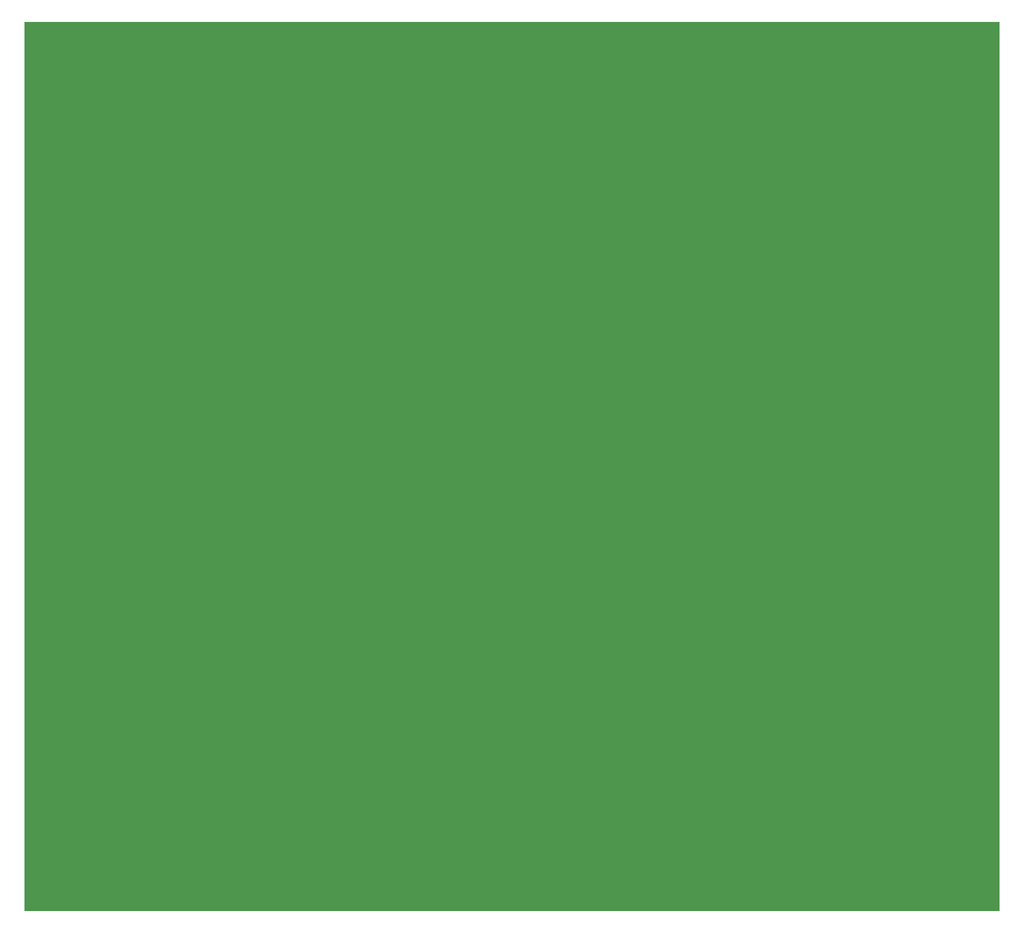
<source format=gts>
G04*
G04 #@! TF.GenerationSoftware,Altium Limited,Altium Designer,21.6.1 (37)*
G04*
G04 Layer_Color=8388736*
%FSLAX25Y25*%
%MOIN*%
G70*
G04*
G04 #@! TF.SameCoordinates,532E04BB-9670-4093-A683-9B17944729E4*
G04*
G04*
G04 #@! TF.FilePolarity,Negative*
G04*
G01*
G75*
%ADD10C,0.09843*%
%ADD11R,5.18000X4.72500*%
%ADD12C,0.17296*%
%ADD13C,0.20879*%
D10*
X486413Y20548D02*
G03*
X486413Y20548I-14764J0D01*
G01*
X486398Y451949D02*
G03*
X486398Y451949I-14764J0D01*
G01*
D11*
X234000Y236250D02*
D03*
D12*
X-7500Y237500D02*
D03*
Y17500D02*
D03*
Y455000D02*
D03*
X474409Y236221D02*
D03*
Y118110D02*
D03*
Y354331D02*
D03*
D13*
X471649Y20548D02*
D03*
X471634Y451949D02*
D03*
M02*

</source>
